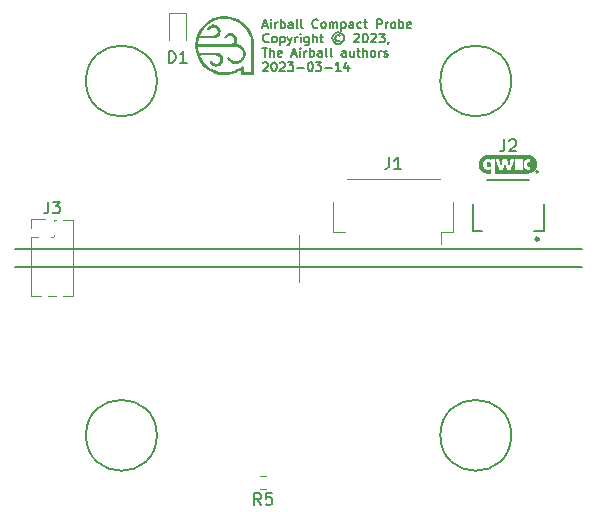
<source format=gbr>
%TF.GenerationSoftware,KiCad,Pcbnew,6.0.10-86aedd382b~118~ubuntu22.04.1*%
%TF.CreationDate,2023-03-14T18:16:05-07:00*%
%TF.ProjectId,compact-probe,636f6d70-6163-4742-9d70-726f62652e6b,rev?*%
%TF.SameCoordinates,Original*%
%TF.FileFunction,Legend,Top*%
%TF.FilePolarity,Positive*%
%FSLAX46Y46*%
G04 Gerber Fmt 4.6, Leading zero omitted, Abs format (unit mm)*
G04 Created by KiCad (PCBNEW 6.0.10-86aedd382b~118~ubuntu22.04.1) date 2023-03-14 18:16:05*
%MOMM*%
%LPD*%
G01*
G04 APERTURE LIST*
%ADD10C,0.150000*%
%ADD11C,0.050000*%
%ADD12C,0.120000*%
%ADD13C,0.127000*%
%ADD14C,0.300000*%
G04 APERTURE END LIST*
D10*
X-12000000Y15000000D02*
G75*
G03*
X-12000000Y15000000I-3000000J0D01*
G01*
X-12000000Y-15000000D02*
G75*
G03*
X-12000000Y-15000000I-3000000J0D01*
G01*
D11*
X0Y-2000000D02*
X0Y2000000D01*
D10*
X-24000000Y-750000D02*
X24000000Y-750000D01*
X18000000Y-15000000D02*
G75*
G03*
X18000000Y-15000000I-3000000J0D01*
G01*
X-24000000Y750000D02*
X24000000Y750000D01*
X18000000Y15000000D02*
G75*
G03*
X18000000Y15000000I-3000000J0D01*
G01*
X-3009642Y19686250D02*
X-2652500Y19686250D01*
X-3081071Y19471964D02*
X-2831071Y20221964D01*
X-2581071Y19471964D01*
X-2331071Y19471964D02*
X-2331071Y19971964D01*
X-2331071Y20221964D02*
X-2366785Y20186250D01*
X-2331071Y20150535D01*
X-2295357Y20186250D01*
X-2331071Y20221964D01*
X-2331071Y20150535D01*
X-1973928Y19471964D02*
X-1973928Y19971964D01*
X-1973928Y19829107D02*
X-1938214Y19900535D01*
X-1902500Y19936250D01*
X-1831071Y19971964D01*
X-1759642Y19971964D01*
X-1509642Y19471964D02*
X-1509642Y20221964D01*
X-1509642Y19936250D02*
X-1438214Y19971964D01*
X-1295357Y19971964D01*
X-1223928Y19936250D01*
X-1188214Y19900535D01*
X-1152500Y19829107D01*
X-1152500Y19614821D01*
X-1188214Y19543392D01*
X-1223928Y19507678D01*
X-1295357Y19471964D01*
X-1438214Y19471964D01*
X-1509642Y19507678D01*
X-509642Y19471964D02*
X-509642Y19864821D01*
X-545357Y19936250D01*
X-616785Y19971964D01*
X-759642Y19971964D01*
X-831071Y19936250D01*
X-509642Y19507678D02*
X-581071Y19471964D01*
X-759642Y19471964D01*
X-831071Y19507678D01*
X-866785Y19579107D01*
X-866785Y19650535D01*
X-831071Y19721964D01*
X-759642Y19757678D01*
X-581071Y19757678D01*
X-509642Y19793392D01*
X-45357Y19471964D02*
X-116785Y19507678D01*
X-152500Y19579107D01*
X-152500Y20221964D01*
X347500Y19471964D02*
X276071Y19507678D01*
X240357Y19579107D01*
X240357Y20221964D01*
X1633214Y19543392D02*
X1597500Y19507678D01*
X1490357Y19471964D01*
X1418928Y19471964D01*
X1311785Y19507678D01*
X1240357Y19579107D01*
X1204642Y19650535D01*
X1168928Y19793392D01*
X1168928Y19900535D01*
X1204642Y20043392D01*
X1240357Y20114821D01*
X1311785Y20186250D01*
X1418928Y20221964D01*
X1490357Y20221964D01*
X1597500Y20186250D01*
X1633214Y20150535D01*
X2061785Y19471964D02*
X1990357Y19507678D01*
X1954642Y19543392D01*
X1918928Y19614821D01*
X1918928Y19829107D01*
X1954642Y19900535D01*
X1990357Y19936250D01*
X2061785Y19971964D01*
X2168928Y19971964D01*
X2240357Y19936250D01*
X2276071Y19900535D01*
X2311785Y19829107D01*
X2311785Y19614821D01*
X2276071Y19543392D01*
X2240357Y19507678D01*
X2168928Y19471964D01*
X2061785Y19471964D01*
X2633214Y19471964D02*
X2633214Y19971964D01*
X2633214Y19900535D02*
X2668928Y19936250D01*
X2740357Y19971964D01*
X2847499Y19971964D01*
X2918928Y19936250D01*
X2954642Y19864821D01*
X2954642Y19471964D01*
X2954642Y19864821D02*
X2990357Y19936250D01*
X3061785Y19971964D01*
X3168928Y19971964D01*
X3240357Y19936250D01*
X3276071Y19864821D01*
X3276071Y19471964D01*
X3633214Y19971964D02*
X3633214Y19221964D01*
X3633214Y19936250D02*
X3704642Y19971964D01*
X3847499Y19971964D01*
X3918928Y19936250D01*
X3954642Y19900535D01*
X3990357Y19829107D01*
X3990357Y19614821D01*
X3954642Y19543392D01*
X3918928Y19507678D01*
X3847499Y19471964D01*
X3704642Y19471964D01*
X3633214Y19507678D01*
X4633214Y19471964D02*
X4633214Y19864821D01*
X4597499Y19936250D01*
X4526071Y19971964D01*
X4383214Y19971964D01*
X4311785Y19936250D01*
X4633214Y19507678D02*
X4561785Y19471964D01*
X4383214Y19471964D01*
X4311785Y19507678D01*
X4276071Y19579107D01*
X4276071Y19650535D01*
X4311785Y19721964D01*
X4383214Y19757678D01*
X4561785Y19757678D01*
X4633214Y19793392D01*
X5311785Y19507678D02*
X5240357Y19471964D01*
X5097499Y19471964D01*
X5026071Y19507678D01*
X4990357Y19543392D01*
X4954642Y19614821D01*
X4954642Y19829107D01*
X4990357Y19900535D01*
X5026071Y19936250D01*
X5097499Y19971964D01*
X5240357Y19971964D01*
X5311785Y19936250D01*
X5526071Y19971964D02*
X5811785Y19971964D01*
X5633214Y20221964D02*
X5633214Y19579107D01*
X5668928Y19507678D01*
X5740357Y19471964D01*
X5811785Y19471964D01*
X6633214Y19471964D02*
X6633214Y20221964D01*
X6918928Y20221964D01*
X6990357Y20186250D01*
X7026071Y20150535D01*
X7061785Y20079107D01*
X7061785Y19971964D01*
X7026071Y19900535D01*
X6990357Y19864821D01*
X6918928Y19829107D01*
X6633214Y19829107D01*
X7383214Y19471964D02*
X7383214Y19971964D01*
X7383214Y19829107D02*
X7418928Y19900535D01*
X7454642Y19936250D01*
X7526071Y19971964D01*
X7597500Y19971964D01*
X7954642Y19471964D02*
X7883214Y19507678D01*
X7847500Y19543392D01*
X7811785Y19614821D01*
X7811785Y19829107D01*
X7847500Y19900535D01*
X7883214Y19936250D01*
X7954642Y19971964D01*
X8061785Y19971964D01*
X8133214Y19936250D01*
X8168928Y19900535D01*
X8204642Y19829107D01*
X8204642Y19614821D01*
X8168928Y19543392D01*
X8133214Y19507678D01*
X8061785Y19471964D01*
X7954642Y19471964D01*
X8526071Y19471964D02*
X8526071Y20221964D01*
X8526071Y19936250D02*
X8597500Y19971964D01*
X8740357Y19971964D01*
X8811785Y19936250D01*
X8847500Y19900535D01*
X8883214Y19829107D01*
X8883214Y19614821D01*
X8847500Y19543392D01*
X8811785Y19507678D01*
X8740357Y19471964D01*
X8597500Y19471964D01*
X8526071Y19507678D01*
X9490357Y19507678D02*
X9418928Y19471964D01*
X9276071Y19471964D01*
X9204642Y19507678D01*
X9168928Y19579107D01*
X9168928Y19864821D01*
X9204642Y19936250D01*
X9276071Y19971964D01*
X9418928Y19971964D01*
X9490357Y19936250D01*
X9526071Y19864821D01*
X9526071Y19793392D01*
X9168928Y19721964D01*
X-2545357Y18335892D02*
X-2581071Y18300178D01*
X-2688214Y18264464D01*
X-2759642Y18264464D01*
X-2866785Y18300178D01*
X-2938214Y18371607D01*
X-2973928Y18443035D01*
X-3009642Y18585892D01*
X-3009642Y18693035D01*
X-2973928Y18835892D01*
X-2938214Y18907321D01*
X-2866785Y18978750D01*
X-2759642Y19014464D01*
X-2688214Y19014464D01*
X-2581071Y18978750D01*
X-2545357Y18943035D01*
X-2116785Y18264464D02*
X-2188214Y18300178D01*
X-2223928Y18335892D01*
X-2259642Y18407321D01*
X-2259642Y18621607D01*
X-2223928Y18693035D01*
X-2188214Y18728750D01*
X-2116785Y18764464D01*
X-2009642Y18764464D01*
X-1938214Y18728750D01*
X-1902500Y18693035D01*
X-1866785Y18621607D01*
X-1866785Y18407321D01*
X-1902500Y18335892D01*
X-1938214Y18300178D01*
X-2009642Y18264464D01*
X-2116785Y18264464D01*
X-1545357Y18764464D02*
X-1545357Y18014464D01*
X-1545357Y18728750D02*
X-1473928Y18764464D01*
X-1331071Y18764464D01*
X-1259642Y18728750D01*
X-1223928Y18693035D01*
X-1188214Y18621607D01*
X-1188214Y18407321D01*
X-1223928Y18335892D01*
X-1259642Y18300178D01*
X-1331071Y18264464D01*
X-1473928Y18264464D01*
X-1545357Y18300178D01*
X-938214Y18764464D02*
X-759642Y18264464D01*
X-581071Y18764464D02*
X-759642Y18264464D01*
X-831071Y18085892D01*
X-866785Y18050178D01*
X-938214Y18014464D01*
X-295357Y18264464D02*
X-295357Y18764464D01*
X-295357Y18621607D02*
X-259642Y18693035D01*
X-223928Y18728750D01*
X-152500Y18764464D01*
X-81071Y18764464D01*
X168928Y18264464D02*
X168928Y18764464D01*
X168928Y19014464D02*
X133214Y18978750D01*
X168928Y18943035D01*
X204642Y18978750D01*
X168928Y19014464D01*
X168928Y18943035D01*
X847500Y18764464D02*
X847500Y18157321D01*
X811785Y18085892D01*
X776071Y18050178D01*
X704642Y18014464D01*
X597500Y18014464D01*
X526071Y18050178D01*
X847500Y18300178D02*
X776071Y18264464D01*
X633214Y18264464D01*
X561785Y18300178D01*
X526071Y18335892D01*
X490357Y18407321D01*
X490357Y18621607D01*
X526071Y18693035D01*
X561785Y18728750D01*
X633214Y18764464D01*
X776071Y18764464D01*
X847500Y18728750D01*
X1204642Y18264464D02*
X1204642Y19014464D01*
X1526071Y18264464D02*
X1526071Y18657321D01*
X1490357Y18728750D01*
X1418928Y18764464D01*
X1311785Y18764464D01*
X1240357Y18728750D01*
X1204642Y18693035D01*
X1776071Y18764464D02*
X2061785Y18764464D01*
X1883214Y19014464D02*
X1883214Y18371607D01*
X1918928Y18300178D01*
X1990357Y18264464D01*
X2061785Y18264464D01*
X3490357Y18835892D02*
X3418928Y18871607D01*
X3276071Y18871607D01*
X3204642Y18835892D01*
X3133214Y18764464D01*
X3097499Y18693035D01*
X3097499Y18550178D01*
X3133214Y18478750D01*
X3204642Y18407321D01*
X3276071Y18371607D01*
X3418928Y18371607D01*
X3490357Y18407321D01*
X3347499Y19121607D02*
X3168928Y19085892D01*
X2990357Y18978750D01*
X2883214Y18800178D01*
X2847499Y18621607D01*
X2883214Y18443035D01*
X2990357Y18264464D01*
X3168928Y18157321D01*
X3347499Y18121607D01*
X3526071Y18157321D01*
X3704642Y18264464D01*
X3811785Y18443035D01*
X3847499Y18621607D01*
X3811785Y18800178D01*
X3704642Y18978750D01*
X3526071Y19085892D01*
X3347499Y19121607D01*
X4704642Y18943035D02*
X4740357Y18978750D01*
X4811785Y19014464D01*
X4990357Y19014464D01*
X5061785Y18978750D01*
X5097499Y18943035D01*
X5133214Y18871607D01*
X5133214Y18800178D01*
X5097499Y18693035D01*
X4668928Y18264464D01*
X5133214Y18264464D01*
X5597499Y19014464D02*
X5668928Y19014464D01*
X5740357Y18978750D01*
X5776071Y18943035D01*
X5811785Y18871607D01*
X5847499Y18728750D01*
X5847499Y18550178D01*
X5811785Y18407321D01*
X5776071Y18335892D01*
X5740357Y18300178D01*
X5668928Y18264464D01*
X5597499Y18264464D01*
X5526071Y18300178D01*
X5490357Y18335892D01*
X5454642Y18407321D01*
X5418928Y18550178D01*
X5418928Y18728750D01*
X5454642Y18871607D01*
X5490357Y18943035D01*
X5526071Y18978750D01*
X5597499Y19014464D01*
X6133214Y18943035D02*
X6168928Y18978750D01*
X6240357Y19014464D01*
X6418928Y19014464D01*
X6490357Y18978750D01*
X6526071Y18943035D01*
X6561785Y18871607D01*
X6561785Y18800178D01*
X6526071Y18693035D01*
X6097499Y18264464D01*
X6561785Y18264464D01*
X6811785Y19014464D02*
X7276071Y19014464D01*
X7026071Y18728750D01*
X7133214Y18728750D01*
X7204642Y18693035D01*
X7240357Y18657321D01*
X7276071Y18585892D01*
X7276071Y18407321D01*
X7240357Y18335892D01*
X7204642Y18300178D01*
X7133214Y18264464D01*
X6918928Y18264464D01*
X6847500Y18300178D01*
X6811785Y18335892D01*
X7633214Y18300178D02*
X7633214Y18264464D01*
X7597500Y18193035D01*
X7561785Y18157321D01*
X-3081071Y17806964D02*
X-2652500Y17806964D01*
X-2866785Y17056964D02*
X-2866785Y17806964D01*
X-2402500Y17056964D02*
X-2402500Y17806964D01*
X-2081071Y17056964D02*
X-2081071Y17449821D01*
X-2116785Y17521250D01*
X-2188214Y17556964D01*
X-2295357Y17556964D01*
X-2366785Y17521250D01*
X-2402500Y17485535D01*
X-1438214Y17092678D02*
X-1509642Y17056964D01*
X-1652500Y17056964D01*
X-1723928Y17092678D01*
X-1759642Y17164107D01*
X-1759642Y17449821D01*
X-1723928Y17521250D01*
X-1652500Y17556964D01*
X-1509642Y17556964D01*
X-1438214Y17521250D01*
X-1402500Y17449821D01*
X-1402500Y17378392D01*
X-1759642Y17306964D01*
X-545357Y17271250D02*
X-188214Y17271250D01*
X-616785Y17056964D02*
X-366785Y17806964D01*
X-116785Y17056964D01*
X133214Y17056964D02*
X133214Y17556964D01*
X133214Y17806964D02*
X97499Y17771250D01*
X133214Y17735535D01*
X168928Y17771250D01*
X133214Y17806964D01*
X133214Y17735535D01*
X490357Y17056964D02*
X490357Y17556964D01*
X490357Y17414107D02*
X526071Y17485535D01*
X561785Y17521250D01*
X633214Y17556964D01*
X704642Y17556964D01*
X954642Y17056964D02*
X954642Y17806964D01*
X954642Y17521250D02*
X1026071Y17556964D01*
X1168928Y17556964D01*
X1240357Y17521250D01*
X1276071Y17485535D01*
X1311785Y17414107D01*
X1311785Y17199821D01*
X1276071Y17128392D01*
X1240357Y17092678D01*
X1168928Y17056964D01*
X1026071Y17056964D01*
X954642Y17092678D01*
X1954642Y17056964D02*
X1954642Y17449821D01*
X1918928Y17521250D01*
X1847499Y17556964D01*
X1704642Y17556964D01*
X1633214Y17521250D01*
X1954642Y17092678D02*
X1883214Y17056964D01*
X1704642Y17056964D01*
X1633214Y17092678D01*
X1597499Y17164107D01*
X1597499Y17235535D01*
X1633214Y17306964D01*
X1704642Y17342678D01*
X1883214Y17342678D01*
X1954642Y17378392D01*
X2418928Y17056964D02*
X2347499Y17092678D01*
X2311785Y17164107D01*
X2311785Y17806964D01*
X2811785Y17056964D02*
X2740357Y17092678D01*
X2704642Y17164107D01*
X2704642Y17806964D01*
X3990357Y17056964D02*
X3990357Y17449821D01*
X3954642Y17521250D01*
X3883214Y17556964D01*
X3740357Y17556964D01*
X3668928Y17521250D01*
X3990357Y17092678D02*
X3918928Y17056964D01*
X3740357Y17056964D01*
X3668928Y17092678D01*
X3633214Y17164107D01*
X3633214Y17235535D01*
X3668928Y17306964D01*
X3740357Y17342678D01*
X3918928Y17342678D01*
X3990357Y17378392D01*
X4668928Y17556964D02*
X4668928Y17056964D01*
X4347499Y17556964D02*
X4347499Y17164107D01*
X4383214Y17092678D01*
X4454642Y17056964D01*
X4561785Y17056964D01*
X4633214Y17092678D01*
X4668928Y17128392D01*
X4918928Y17556964D02*
X5204642Y17556964D01*
X5026071Y17806964D02*
X5026071Y17164107D01*
X5061785Y17092678D01*
X5133214Y17056964D01*
X5204642Y17056964D01*
X5454642Y17056964D02*
X5454642Y17806964D01*
X5776071Y17056964D02*
X5776071Y17449821D01*
X5740357Y17521250D01*
X5668928Y17556964D01*
X5561785Y17556964D01*
X5490357Y17521250D01*
X5454642Y17485535D01*
X6240357Y17056964D02*
X6168928Y17092678D01*
X6133214Y17128392D01*
X6097500Y17199821D01*
X6097500Y17414107D01*
X6133214Y17485535D01*
X6168928Y17521250D01*
X6240357Y17556964D01*
X6347500Y17556964D01*
X6418928Y17521250D01*
X6454642Y17485535D01*
X6490357Y17414107D01*
X6490357Y17199821D01*
X6454642Y17128392D01*
X6418928Y17092678D01*
X6347500Y17056964D01*
X6240357Y17056964D01*
X6811785Y17056964D02*
X6811785Y17556964D01*
X6811785Y17414107D02*
X6847500Y17485535D01*
X6883214Y17521250D01*
X6954642Y17556964D01*
X7026071Y17556964D01*
X7240357Y17092678D02*
X7311785Y17056964D01*
X7454642Y17056964D01*
X7526071Y17092678D01*
X7561785Y17164107D01*
X7561785Y17199821D01*
X7526071Y17271250D01*
X7454642Y17306964D01*
X7347500Y17306964D01*
X7276071Y17342678D01*
X7240357Y17414107D01*
X7240357Y17449821D01*
X7276071Y17521250D01*
X7347500Y17556964D01*
X7454642Y17556964D01*
X7526071Y17521250D01*
X-3009642Y16528035D02*
X-2973928Y16563750D01*
X-2902500Y16599464D01*
X-2723928Y16599464D01*
X-2652500Y16563750D01*
X-2616785Y16528035D01*
X-2581071Y16456607D01*
X-2581071Y16385178D01*
X-2616785Y16278035D01*
X-3045357Y15849464D01*
X-2581071Y15849464D01*
X-2116785Y16599464D02*
X-2045357Y16599464D01*
X-1973928Y16563750D01*
X-1938214Y16528035D01*
X-1902500Y16456607D01*
X-1866785Y16313750D01*
X-1866785Y16135178D01*
X-1902500Y15992321D01*
X-1938214Y15920892D01*
X-1973928Y15885178D01*
X-2045357Y15849464D01*
X-2116785Y15849464D01*
X-2188214Y15885178D01*
X-2223928Y15920892D01*
X-2259642Y15992321D01*
X-2295357Y16135178D01*
X-2295357Y16313750D01*
X-2259642Y16456607D01*
X-2223928Y16528035D01*
X-2188214Y16563750D01*
X-2116785Y16599464D01*
X-1581071Y16528035D02*
X-1545357Y16563750D01*
X-1473928Y16599464D01*
X-1295357Y16599464D01*
X-1223928Y16563750D01*
X-1188214Y16528035D01*
X-1152500Y16456607D01*
X-1152500Y16385178D01*
X-1188214Y16278035D01*
X-1616785Y15849464D01*
X-1152500Y15849464D01*
X-902500Y16599464D02*
X-438214Y16599464D01*
X-688214Y16313750D01*
X-581071Y16313750D01*
X-509642Y16278035D01*
X-473928Y16242321D01*
X-438214Y16170892D01*
X-438214Y15992321D01*
X-473928Y15920892D01*
X-509642Y15885178D01*
X-581071Y15849464D01*
X-795357Y15849464D01*
X-866785Y15885178D01*
X-902500Y15920892D01*
X-116785Y16135178D02*
X454642Y16135178D01*
X954642Y16599464D02*
X1026071Y16599464D01*
X1097500Y16563750D01*
X1133214Y16528035D01*
X1168928Y16456607D01*
X1204642Y16313750D01*
X1204642Y16135178D01*
X1168928Y15992321D01*
X1133214Y15920892D01*
X1097500Y15885178D01*
X1026071Y15849464D01*
X954642Y15849464D01*
X883214Y15885178D01*
X847499Y15920892D01*
X811785Y15992321D01*
X776071Y16135178D01*
X776071Y16313750D01*
X811785Y16456607D01*
X847499Y16528035D01*
X883214Y16563750D01*
X954642Y16599464D01*
X1454642Y16599464D02*
X1918928Y16599464D01*
X1668928Y16313750D01*
X1776071Y16313750D01*
X1847500Y16278035D01*
X1883214Y16242321D01*
X1918928Y16170892D01*
X1918928Y15992321D01*
X1883214Y15920892D01*
X1847500Y15885178D01*
X1776071Y15849464D01*
X1561785Y15849464D01*
X1490357Y15885178D01*
X1454642Y15920892D01*
X2240357Y16135178D02*
X2811785Y16135178D01*
X3561785Y15849464D02*
X3133214Y15849464D01*
X3347500Y15849464D02*
X3347500Y16599464D01*
X3276071Y16492321D01*
X3204642Y16420892D01*
X3133214Y16385178D01*
X4204642Y16349464D02*
X4204642Y15849464D01*
X4026071Y16635178D02*
X3847500Y16099464D01*
X4311785Y16099464D01*
%TO.C,R5*%
X-3166666Y-20882380D02*
X-3500000Y-20406190D01*
X-3738095Y-20882380D02*
X-3738095Y-19882380D01*
X-3357142Y-19882380D01*
X-3261904Y-19930000D01*
X-3214285Y-19977619D01*
X-3166666Y-20072857D01*
X-3166666Y-20215714D01*
X-3214285Y-20310952D01*
X-3261904Y-20358571D01*
X-3357142Y-20406190D01*
X-3738095Y-20406190D01*
X-2261904Y-19882380D02*
X-2738095Y-19882380D01*
X-2785714Y-20358571D01*
X-2738095Y-20310952D01*
X-2642857Y-20263333D01*
X-2404761Y-20263333D01*
X-2309523Y-20310952D01*
X-2261904Y-20358571D01*
X-2214285Y-20453809D01*
X-2214285Y-20691904D01*
X-2261904Y-20787142D01*
X-2309523Y-20834761D01*
X-2404761Y-20882380D01*
X-2642857Y-20882380D01*
X-2738095Y-20834761D01*
X-2785714Y-20787142D01*
%TO.C,D1*%
X-10988095Y16547619D02*
X-10988095Y17547619D01*
X-10750000Y17547619D01*
X-10607142Y17500000D01*
X-10511904Y17404761D01*
X-10464285Y17309523D01*
X-10416666Y17119047D01*
X-10416666Y16976190D01*
X-10464285Y16785714D01*
X-10511904Y16690476D01*
X-10607142Y16595238D01*
X-10750000Y16547619D01*
X-10988095Y16547619D01*
X-9464285Y16547619D02*
X-10035714Y16547619D01*
X-9750000Y16547619D02*
X-9750000Y17547619D01*
X-9845238Y17404761D01*
X-9940476Y17309523D01*
X-10035714Y17261904D01*
%TO.C,J2*%
X17416275Y10048261D02*
X17416275Y9333137D01*
X17368600Y9190113D01*
X17273250Y9094763D01*
X17130226Y9047088D01*
X17034876Y9047088D01*
X17845349Y9952911D02*
X17893024Y10000586D01*
X17988374Y10048261D01*
X18226749Y10048261D01*
X18322098Y10000586D01*
X18369773Y9952911D01*
X18417448Y9857561D01*
X18417448Y9762211D01*
X18369773Y9619187D01*
X17797674Y9047088D01*
X18417448Y9047088D01*
%TO.C,J3*%
X-21198333Y4792619D02*
X-21198333Y4078333D01*
X-21245952Y3935476D01*
X-21341190Y3840238D01*
X-21484047Y3792619D01*
X-21579285Y3792619D01*
X-20817380Y4792619D02*
X-20198333Y4792619D01*
X-20531666Y4411666D01*
X-20388809Y4411666D01*
X-20293571Y4364047D01*
X-20245952Y4316428D01*
X-20198333Y4221190D01*
X-20198333Y3983095D01*
X-20245952Y3887857D01*
X-20293571Y3840238D01*
X-20388809Y3792619D01*
X-20674523Y3792619D01*
X-20769761Y3840238D01*
X-20817380Y3887857D01*
%TO.C,J1*%
X7666666Y8547619D02*
X7666666Y7833333D01*
X7619047Y7690476D01*
X7523809Y7595238D01*
X7380952Y7547619D01*
X7285714Y7547619D01*
X8666666Y7547619D02*
X8095238Y7547619D01*
X8380952Y7547619D02*
X8380952Y8547619D01*
X8285714Y8404761D01*
X8190476Y8309523D01*
X8095238Y8261904D01*
D12*
%TO.C,R5*%
X-2762742Y-18477500D02*
X-3237258Y-18477500D01*
X-2762742Y-19522500D02*
X-3237258Y-19522500D01*
%TO.C,D1*%
X-9515000Y20735000D02*
X-10985000Y20735000D01*
X-9515000Y18450000D02*
X-9515000Y20735000D01*
X-10985000Y20735000D02*
X-10985000Y18450000D01*
%TO.C,G\u002A\u002A\u002A*%
G36*
X20155233Y7390000D02*
G01*
X20195562Y7383769D01*
X20221500Y7366623D01*
X20231408Y7340883D01*
X20223645Y7308872D01*
X20218722Y7300114D01*
X20211471Y7281843D01*
X20218722Y7268250D01*
X20230200Y7251080D01*
X20223607Y7241556D01*
X20211643Y7240000D01*
X20193269Y7248383D01*
X20185959Y7260000D01*
X20172695Y7276255D01*
X20160275Y7280000D01*
X20144038Y7272605D01*
X20140941Y7260000D01*
X20134686Y7243713D01*
X20125935Y7240000D01*
X20118020Y7243929D01*
X20113374Y7258127D01*
X20111273Y7286210D01*
X20110930Y7315000D01*
X20110930Y7335000D01*
X20140941Y7335000D01*
X20147854Y7315523D01*
X20164410Y7309483D01*
X20184332Y7318197D01*
X20190597Y7324562D01*
X20197843Y7343022D01*
X20187463Y7355851D01*
X20165361Y7360000D01*
X20146731Y7355727D01*
X20141026Y7339118D01*
X20140941Y7335000D01*
X20110930Y7335000D01*
X20110930Y7390000D01*
X20155233Y7390000D01*
G37*
G36*
X16309433Y8410000D02*
G01*
X16309433Y8288147D01*
X16259115Y8333369D01*
X16195237Y8377769D01*
X16122327Y8405693D01*
X16043012Y8416917D01*
X15959922Y8411217D01*
X15875682Y8388372D01*
X15832271Y8369631D01*
X15763980Y8325318D01*
X15706854Y8265697D01*
X15661919Y8192704D01*
X15630204Y8108271D01*
X15612734Y8014335D01*
X15609505Y7950000D01*
X15617686Y7849608D01*
X15641533Y7757271D01*
X15680002Y7674838D01*
X15732048Y7604156D01*
X15796626Y7547071D01*
X15857074Y7512221D01*
X15891511Y7498334D01*
X15926385Y7489469D01*
X15968753Y7484232D01*
X16010850Y7481797D01*
X16082604Y7481903D01*
X16140443Y7489965D01*
X16189393Y7507499D01*
X16234481Y7536019D01*
X16259115Y7556632D01*
X16309433Y7601854D01*
X16309433Y7150000D01*
X16156873Y7151220D01*
X16097870Y7152246D01*
X16040629Y7154227D01*
X15990621Y7156908D01*
X15953315Y7160031D01*
X15944597Y7161134D01*
X15825533Y7188277D01*
X15713425Y7233129D01*
X15609933Y7294114D01*
X15516716Y7369655D01*
X15435435Y7458176D01*
X15367749Y7558099D01*
X15315319Y7667847D01*
X15279804Y7785844D01*
X15277997Y7794358D01*
X15262249Y7917617D01*
X15265454Y8038590D01*
X15286567Y8155641D01*
X15324545Y8267133D01*
X15378343Y8371431D01*
X15446918Y8466900D01*
X15529224Y8551903D01*
X15624217Y8624806D01*
X15730854Y8683971D01*
X15848090Y8727764D01*
X15879264Y8736201D01*
X15889185Y8738542D01*
X15900035Y8740680D01*
X15912716Y8742625D01*
X15928131Y8744386D01*
X15947181Y8745971D01*
X15970769Y8747391D01*
X15999797Y8748654D01*
X16035167Y8749769D01*
X16077783Y8750746D01*
X16128545Y8751593D01*
X16188357Y8752320D01*
X16258120Y8752937D01*
X16338738Y8753451D01*
X16431111Y8753872D01*
X16536143Y8754210D01*
X16654736Y8754473D01*
X16787793Y8754671D01*
X16936214Y8754813D01*
X17100904Y8754908D01*
X17282763Y8754964D01*
X17482695Y8754992D01*
X17701602Y8755000D01*
X17734994Y8755000D01*
X17960314Y8755023D01*
X18166534Y8755070D01*
X18354563Y8755107D01*
X18525308Y8755100D01*
X18679677Y8755015D01*
X18818580Y8754821D01*
X18942923Y8754482D01*
X19053615Y8753965D01*
X19151564Y8753237D01*
X19237678Y8752263D01*
X19312865Y8751012D01*
X19378034Y8749448D01*
X19434092Y8747538D01*
X19481948Y8745250D01*
X19522509Y8742548D01*
X19556684Y8739401D01*
X19585380Y8735773D01*
X19609507Y8731632D01*
X19629972Y8726944D01*
X19647682Y8721675D01*
X19663547Y8715792D01*
X19678474Y8709262D01*
X19693372Y8702050D01*
X19709148Y8694123D01*
X19726711Y8685448D01*
X19735973Y8681041D01*
X19847169Y8618251D01*
X19945389Y8540524D01*
X20029752Y8448857D01*
X20099373Y8344246D01*
X20153371Y8227688D01*
X20163990Y8197802D01*
X20176186Y8160219D01*
X20184711Y8129025D01*
X20190225Y8099111D01*
X20193386Y8065364D01*
X20194853Y8022675D01*
X20195287Y7965932D01*
X20195305Y7955000D01*
X20195160Y7896020D01*
X20194111Y7851966D01*
X20191481Y7817765D01*
X20186595Y7788345D01*
X20178779Y7758634D01*
X20167357Y7723559D01*
X20162702Y7710000D01*
X20126745Y7618953D01*
X20084757Y7540211D01*
X20032736Y7467450D01*
X19966684Y7394344D01*
X19956881Y7384508D01*
X19914113Y7343152D01*
X19878581Y7312385D01*
X19844243Y7287838D01*
X19805052Y7265141D01*
X19760792Y7242759D01*
X19737258Y7230990D01*
X19716525Y7220316D01*
X19697566Y7210684D01*
X19679355Y7202041D01*
X19660865Y7194334D01*
X19641068Y7187509D01*
X19618937Y7181513D01*
X19593446Y7176293D01*
X19563567Y7171797D01*
X19528274Y7167970D01*
X19486540Y7164760D01*
X19437338Y7162114D01*
X19379640Y7159978D01*
X19312421Y7158299D01*
X19234652Y7157025D01*
X19145307Y7156101D01*
X19043359Y7155475D01*
X18927782Y7155094D01*
X18797547Y7154905D01*
X18651628Y7154853D01*
X18488999Y7154888D01*
X18308632Y7154954D01*
X18109500Y7154999D01*
X18065124Y7155000D01*
X16614553Y7155000D01*
X16609440Y8400541D01*
X16669575Y8400541D01*
X16672867Y8390079D01*
X16682203Y8363078D01*
X16696769Y8321787D01*
X16715753Y8268456D01*
X16738341Y8205335D01*
X16763721Y8134675D01*
X16791079Y8058723D01*
X16819604Y7979732D01*
X16848481Y7899950D01*
X16876899Y7821626D01*
X16904043Y7747012D01*
X16929102Y7678356D01*
X16951263Y7617909D01*
X16969712Y7567919D01*
X16983636Y7530638D01*
X16988634Y7517500D01*
X16999209Y7490000D01*
X17149516Y7490000D01*
X17201784Y7490234D01*
X17246150Y7490877D01*
X17279160Y7491843D01*
X17297358Y7493049D01*
X17299823Y7493719D01*
X17302697Y7504702D01*
X17310707Y7531694D01*
X17322929Y7571767D01*
X17338442Y7621993D01*
X17356325Y7679440D01*
X17375656Y7741182D01*
X17395513Y7804287D01*
X17414974Y7865827D01*
X17433119Y7922873D01*
X17449024Y7972496D01*
X17461769Y8011766D01*
X17470432Y8037754D01*
X17474080Y8047522D01*
X17478549Y8040422D01*
X17487300Y8017824D01*
X17498991Y7983423D01*
X17510002Y7948446D01*
X17525919Y7896445D01*
X17546278Y7830215D01*
X17569576Y7754624D01*
X17594312Y7674539D01*
X17618983Y7594829D01*
X17641504Y7522245D01*
X17651681Y7489489D01*
X17679624Y7490000D01*
X18320023Y7490000D01*
X18620343Y7490000D01*
X18690370Y7490000D01*
X18990690Y7490000D01*
X18988285Y7912909D01*
X19046149Y7912909D01*
X19058962Y7817496D01*
X19088008Y7731330D01*
X19132187Y7655714D01*
X19190398Y7591951D01*
X19261538Y7541347D01*
X19344507Y7505203D01*
X19438203Y7484825D01*
X19503190Y7480659D01*
X19580721Y7480000D01*
X19580721Y7720000D01*
X19537277Y7720000D01*
X19479341Y7728974D01*
X19430386Y7754729D01*
X19391862Y7795519D01*
X19365218Y7849598D01*
X19351901Y7915218D01*
X19350630Y7945000D01*
X19358076Y8014914D01*
X19379457Y8073946D01*
X19413338Y8120369D01*
X19458281Y8152455D01*
X19512853Y8168477D01*
X19537584Y8170000D01*
X19581337Y8170001D01*
X19578528Y8292500D01*
X19575719Y8415000D01*
X19493857Y8412832D01*
X19395046Y8401315D01*
X19306004Y8372977D01*
X19227975Y8328931D01*
X19162205Y8270291D01*
X19109937Y8198171D01*
X19072417Y8113685D01*
X19050888Y8017945D01*
X19050672Y8016264D01*
X19046149Y7912909D01*
X18988285Y7912909D01*
X18985486Y8405000D01*
X18837928Y8407768D01*
X18690370Y8410535D01*
X18690370Y7490000D01*
X18620343Y7490000D01*
X18620343Y8410535D01*
X18472785Y8407768D01*
X18325227Y8405000D01*
X18320023Y7490000D01*
X17679624Y7490000D01*
X17802386Y7492245D01*
X17953091Y7495000D01*
X17965588Y7530000D01*
X17971657Y7546714D01*
X17983848Y7580040D01*
X18001368Y7627824D01*
X18023427Y7687910D01*
X18049233Y7758144D01*
X18077994Y7836370D01*
X18108919Y7920432D01*
X18125322Y7965000D01*
X18156758Y8050610D01*
X18186133Y8130998D01*
X18212699Y8204093D01*
X18235711Y8267826D01*
X18254423Y8320128D01*
X18268091Y8358929D01*
X18275967Y8382158D01*
X18277550Y8387500D01*
X18282541Y8410000D01*
X18138519Y8410000D01*
X17994497Y8410001D01*
X17905720Y8107500D01*
X17883739Y8033048D01*
X17863332Y7964775D01*
X17845226Y7905049D01*
X17830149Y7856239D01*
X17818829Y7820710D01*
X17811991Y7800832D01*
X17810476Y7797495D01*
X17806232Y7804865D01*
X17797210Y7829265D01*
X17784115Y7868493D01*
X17767653Y7920345D01*
X17748528Y7982617D01*
X17727447Y8053106D01*
X17714425Y8097495D01*
X17624839Y8405000D01*
X17336023Y8405000D01*
X17257787Y8135000D01*
X17236884Y8062787D01*
X17217320Y7995060D01*
X17199931Y7934728D01*
X17185556Y7884698D01*
X17175031Y7847880D01*
X17169192Y7827180D01*
X17169002Y7826491D01*
X17161427Y7803533D01*
X17155212Y7792587D01*
X17153838Y7792594D01*
X17150248Y7802617D01*
X17141833Y7829023D01*
X17129432Y7869018D01*
X17113885Y7919802D01*
X17096032Y7978580D01*
X17076711Y8042555D01*
X17056762Y8108928D01*
X17037024Y8174904D01*
X17018338Y8237684D01*
X17001541Y8294473D01*
X16987475Y8342472D01*
X16976978Y8378885D01*
X16970889Y8400914D01*
X16969693Y8406201D01*
X16960265Y8407523D01*
X16934288Y8408645D01*
X16895220Y8409480D01*
X16846518Y8409939D01*
X16819634Y8410000D01*
X16763364Y8409399D01*
X16717937Y8407710D01*
X16686107Y8405108D01*
X16670626Y8401765D01*
X16669575Y8400541D01*
X16609440Y8400541D01*
X16609401Y8410000D01*
X16309433Y8410000D01*
G37*
G36*
X20036774Y7385122D02*
G01*
X20062133Y7420534D01*
X20088271Y7443105D01*
X20131568Y7458079D01*
X20181254Y7460517D01*
X20228131Y7450421D01*
X20243631Y7443105D01*
X20270662Y7419460D01*
X20295671Y7384207D01*
X20314005Y7345289D01*
X20321012Y7311039D01*
X20314253Y7277618D01*
X20296976Y7239409D01*
X20273682Y7204836D01*
X20254038Y7185674D01*
X20216560Y7168783D01*
X20170175Y7162141D01*
X20123403Y7166168D01*
X20090922Y7177625D01*
X20061099Y7202249D01*
X20034680Y7238626D01*
X20016427Y7278878D01*
X20010890Y7310000D01*
X20015181Y7331077D01*
X20052708Y7331077D01*
X20053361Y7286192D01*
X20070652Y7245842D01*
X20103098Y7214055D01*
X20135736Y7198497D01*
X20157581Y7192462D01*
X20174290Y7192793D01*
X20196117Y7200276D01*
X20204609Y7203789D01*
X20245568Y7230352D01*
X20271304Y7267198D01*
X20280522Y7310379D01*
X20271926Y7355946D01*
X20261430Y7376956D01*
X20232504Y7407086D01*
X20194500Y7423393D01*
X20152786Y7425889D01*
X20112731Y7414589D01*
X20079703Y7389505D01*
X20070177Y7376470D01*
X20052708Y7331077D01*
X20015181Y7331077D01*
X20018139Y7345603D01*
X20036774Y7385122D01*
G37*
G36*
X16175486Y8164232D02*
G01*
X16206148Y8150124D01*
X16237832Y8125229D01*
X16238872Y8124293D01*
X16275531Y8078856D01*
X16298945Y8023661D01*
X16309348Y7962905D01*
X16306975Y7900786D01*
X16292060Y7841502D01*
X16264838Y7789251D01*
X16225542Y7748230D01*
X16217566Y7742602D01*
X16169859Y7721073D01*
X16115757Y7712393D01*
X16063175Y7717328D01*
X16039398Y7725376D01*
X15985660Y7758661D01*
X15947360Y7803701D01*
X15924011Y7861335D01*
X15915124Y7932405D01*
X15915014Y7940000D01*
X15921533Y8013873D01*
X15941696Y8074194D01*
X15974981Y8120285D01*
X16020865Y8151464D01*
X16078827Y8167050D01*
X16089960Y8168109D01*
X16139030Y8169558D01*
X16175486Y8164232D01*
G37*
D13*
%TO.C,J2*%
X19950000Y2325000D02*
X20750000Y2325000D01*
X20750000Y2325000D02*
X20750000Y4600000D01*
X19550000Y6575000D02*
X15950000Y6575000D01*
X15550000Y2325000D02*
X14750000Y2325000D01*
X14750000Y2325000D02*
X14750000Y4600000D01*
D14*
X20300000Y1615000D02*
G75*
G03*
X20300000Y1615000I-100000J0D01*
G01*
D12*
%TO.C,J3*%
X-20740000Y1843471D02*
X-20740000Y1986529D01*
X-22630000Y1790000D02*
X-22630000Y-3225000D01*
X-22630000Y1790000D02*
X-22063471Y1790000D01*
X-21192470Y-3225000D02*
X-20537530Y-3225000D01*
X-20936529Y1790000D02*
X-20793471Y1790000D01*
X-20740000Y3245000D02*
X-20537530Y3245000D01*
X-19100000Y3245000D02*
X-19100000Y-3225000D01*
X-19922470Y3245000D02*
X-19100000Y3245000D01*
X-22630000Y2550000D02*
X-22630000Y3310000D01*
X-20740000Y3113471D02*
X-20740000Y3245000D01*
X-22630000Y-3225000D02*
X-21807530Y-3225000D01*
X-19922470Y-3225000D02*
X-19100000Y-3225000D01*
X-22630000Y3310000D02*
X-21500000Y3310000D01*
%TO.C,J1*%
X13110000Y2215000D02*
X12060000Y2215000D01*
X12060000Y2215000D02*
X12060000Y1225000D01*
X2890000Y2215000D02*
X3940000Y2215000D01*
X2890000Y4715000D02*
X2890000Y2215000D01*
X11940000Y6685000D02*
X4060000Y6685000D01*
X13110000Y4715000D02*
X13110000Y2215000D01*
%TO.C,G\u002A\u002A\u002A*%
G36*
X-5792607Y20458507D02*
G01*
X-5454757Y20371129D01*
X-5127447Y20236779D01*
X-4943162Y20136907D01*
X-4779693Y20024633D01*
X-4606749Y19879678D01*
X-4436685Y19714395D01*
X-4281855Y19541141D01*
X-4154615Y19372270D01*
X-4113094Y19306839D01*
X-4044445Y19181269D01*
X-3974221Y19036648D01*
X-3915789Y18900781D01*
X-3907306Y18878738D01*
X-3874805Y18790116D01*
X-3847027Y18707413D01*
X-3823602Y18625961D01*
X-3804161Y18541089D01*
X-3788335Y18448128D01*
X-3775754Y18342407D01*
X-3766048Y18219256D01*
X-3758850Y18074006D01*
X-3753789Y17901987D01*
X-3750497Y17698529D01*
X-3748604Y17458961D01*
X-3747740Y17178614D01*
X-3747537Y16858102D01*
X-3747537Y15497537D01*
X-4873646Y15497537D01*
X-4873646Y15900381D01*
X-5034218Y15810584D01*
X-5331201Y15671966D01*
X-5651262Y15572847D01*
X-5984823Y15514799D01*
X-6322308Y15499391D01*
X-6654138Y15528196D01*
X-6704218Y15536677D01*
X-7035436Y15621416D01*
X-7348718Y15750570D01*
X-7640322Y15920561D01*
X-7906501Y16127808D01*
X-8143511Y16368731D01*
X-8347608Y16639750D01*
X-8515046Y16937286D01*
X-8642081Y17257759D01*
X-8692049Y17436946D01*
X-8719728Y17597245D01*
X-8736429Y17790143D01*
X-8738738Y17874877D01*
X-8507984Y17874877D01*
X-8490912Y17730986D01*
X-8476657Y17631207D01*
X-8459103Y17535250D01*
X-8449394Y17492757D01*
X-8424948Y17398420D01*
X-7623138Y17400121D01*
X-7400798Y17400457D01*
X-7222669Y17400200D01*
X-7082910Y17399023D01*
X-6975684Y17396596D01*
X-6895151Y17392591D01*
X-6835473Y17386680D01*
X-6790811Y17378535D01*
X-6755327Y17367826D01*
X-6723181Y17354226D01*
X-6711936Y17348866D01*
X-6591797Y17269114D01*
X-6486001Y17159558D01*
X-6411781Y17038202D01*
X-6409530Y17032920D01*
X-6390095Y16960418D01*
X-6377878Y16864666D01*
X-6375673Y16805878D01*
X-6398040Y16640510D01*
X-6459100Y16498230D01*
X-6551803Y16381828D01*
X-6669096Y16294089D01*
X-6803926Y16237801D01*
X-6949242Y16215751D01*
X-7097991Y16230728D01*
X-7243120Y16285517D01*
X-7377578Y16382907D01*
X-7397164Y16402152D01*
X-7469339Y16492606D01*
X-7494714Y16569664D01*
X-7473949Y16635817D01*
X-7462782Y16649679D01*
X-7403159Y16692271D01*
X-7342740Y16686586D01*
X-7278527Y16632080D01*
X-7263480Y16613334D01*
X-7192903Y16546213D01*
X-7099685Y16489488D01*
X-7004712Y16454435D01*
X-6958085Y16448473D01*
X-6883991Y16465552D01*
X-6797306Y16508824D01*
X-6717846Y16566341D01*
X-6666531Y16624249D01*
X-6631349Y16719597D01*
X-6621921Y16829079D01*
X-6638131Y16932123D01*
X-6668624Y16994964D01*
X-6724493Y17057035D01*
X-6785121Y17110080D01*
X-6807366Y17124951D01*
X-6833701Y17136768D01*
X-6869971Y17145964D01*
X-6922020Y17152978D01*
X-6995695Y17158244D01*
X-7096840Y17162200D01*
X-7231301Y17165281D01*
X-7404923Y17167923D01*
X-7590619Y17170184D01*
X-7809338Y17172845D01*
X-7982580Y17174417D01*
X-8114916Y17173706D01*
X-8210920Y17169516D01*
X-8275162Y17160654D01*
X-8312216Y17145925D01*
X-8326652Y17124133D01*
X-8323044Y17094085D01*
X-8305963Y17054586D01*
X-8279980Y17004441D01*
X-8273473Y16991762D01*
X-8104289Y16712986D01*
X-7896091Y16460982D01*
X-7654404Y16240009D01*
X-7384754Y16054321D01*
X-7092665Y15908175D01*
X-6783663Y15805827D01*
X-6712566Y15789312D01*
X-6548845Y15764828D01*
X-6355978Y15752543D01*
X-6153369Y15752494D01*
X-5960422Y15764720D01*
X-5804758Y15787529D01*
X-5482461Y15879308D01*
X-5176997Y16017879D01*
X-4998608Y16125955D01*
X-4904760Y16186824D01*
X-4824363Y16235453D01*
X-4767539Y16265923D01*
X-4746625Y16273301D01*
X-4704697Y16257731D01*
X-4669163Y16231885D01*
X-4646315Y16202556D01*
X-4632381Y16157661D01*
X-4625398Y16085929D01*
X-4623403Y15976090D01*
X-4623399Y15969127D01*
X-4623399Y15747784D01*
X-3995345Y15747784D01*
X-4003843Y17080345D01*
X-4005768Y17373150D01*
X-4007628Y17620432D01*
X-4009615Y17826718D01*
X-4011922Y17996536D01*
X-4014740Y18134411D01*
X-4018261Y18244869D01*
X-4022679Y18332439D01*
X-4028186Y18401645D01*
X-4034973Y18457014D01*
X-4043233Y18503074D01*
X-4053159Y18544350D01*
X-4064942Y18585368D01*
X-4068241Y18596246D01*
X-4192328Y18923310D01*
X-4355043Y19220827D01*
X-4554028Y19486436D01*
X-4786923Y19717778D01*
X-5051370Y19912493D01*
X-5345009Y20068221D01*
X-5649409Y20178060D01*
X-5828293Y20216324D01*
X-6036989Y20240270D01*
X-6257157Y20249222D01*
X-6470457Y20242506D01*
X-6658547Y20219446D01*
X-6676863Y20215892D01*
X-6991122Y20128058D01*
X-7289389Y19997098D01*
X-7565952Y19827094D01*
X-7815099Y19622128D01*
X-8031119Y19386280D01*
X-8208300Y19123631D01*
X-8210240Y19120204D01*
X-8262561Y19028881D01*
X-8300937Y18958169D01*
X-8321108Y18905546D01*
X-8318813Y18868493D01*
X-8289793Y18844490D01*
X-8229788Y18831015D01*
X-8134537Y18825550D01*
X-7999780Y18825573D01*
X-7821258Y18828564D01*
X-7720197Y18830291D01*
X-7522792Y18833910D01*
X-7369050Y18838074D01*
X-7252585Y18843262D01*
X-7167010Y18849952D01*
X-7105938Y18858625D01*
X-7062985Y18869758D01*
X-7035736Y18881628D01*
X-6940441Y18957330D01*
X-6881139Y19055404D01*
X-6856768Y19165598D01*
X-6866263Y19277656D01*
X-6908562Y19381326D01*
X-6982601Y19466351D01*
X-7087316Y19522479D01*
X-7102665Y19526995D01*
X-7234672Y19539383D01*
X-7356509Y19502788D01*
X-7467995Y19417271D01*
X-7482617Y19401566D01*
X-7545092Y19337110D01*
X-7591301Y19307683D01*
X-7634805Y19308121D01*
X-7678050Y19327186D01*
X-7719308Y19374035D01*
X-7724337Y19443515D01*
X-7694278Y19524967D01*
X-7650280Y19586494D01*
X-7529201Y19689526D01*
X-7386858Y19754586D01*
X-7233149Y19781723D01*
X-7077972Y19770987D01*
X-6931224Y19722428D01*
X-6802804Y19636096D01*
X-6751161Y19581963D01*
X-6685550Y19481304D01*
X-6633652Y19362688D01*
X-6604081Y19247857D01*
X-6600345Y19201267D01*
X-6619287Y19070093D01*
X-6669805Y18934243D01*
X-6742441Y18817105D01*
X-6766994Y18789249D01*
X-6819483Y18737098D01*
X-6868741Y18695624D01*
X-6921136Y18663600D01*
X-6983040Y18639801D01*
X-7060821Y18622999D01*
X-7160850Y18611970D01*
X-7289498Y18605486D01*
X-7453135Y18602322D01*
X-7658130Y18601251D01*
X-7744258Y18601141D01*
X-8425214Y18600592D01*
X-8449527Y18506749D01*
X-8466584Y18426703D01*
X-8483319Y18325831D01*
X-8490912Y18269015D01*
X-8507984Y18125124D01*
X-7102479Y18125124D01*
X-6794317Y18125119D01*
X-6532139Y18125331D01*
X-6311880Y18126103D01*
X-6129472Y18127776D01*
X-5980852Y18130691D01*
X-5861953Y18135190D01*
X-5768710Y18141614D01*
X-5697057Y18150304D01*
X-5642929Y18161603D01*
X-5602260Y18175851D01*
X-5570984Y18193391D01*
X-5545037Y18214563D01*
X-5520352Y18239710D01*
X-5501923Y18259565D01*
X-5450538Y18347540D01*
X-5429136Y18458031D01*
X-5439331Y18572318D01*
X-5468374Y18648707D01*
X-5548621Y18746276D01*
X-5657192Y18804130D01*
X-5788768Y18819609D01*
X-5807549Y18818347D01*
X-5887244Y18805276D01*
X-5950686Y18775519D01*
X-6019086Y18718372D01*
X-6033718Y18704197D01*
X-6123798Y18630318D01*
X-6197657Y18602357D01*
X-6257399Y18619658D01*
X-6270020Y18630621D01*
X-6298193Y18689020D01*
X-6286616Y18759315D01*
X-6242142Y18835154D01*
X-6171626Y18910179D01*
X-6081919Y18978037D01*
X-5979874Y19032371D01*
X-5872345Y19066828D01*
X-5789948Y19075815D01*
X-5636725Y19058549D01*
X-5501955Y19002485D01*
X-5373792Y18902477D01*
X-5360241Y18889223D01*
X-5253082Y18751856D01*
X-5190849Y18601425D01*
X-5174791Y18444466D01*
X-5206159Y18287515D01*
X-5233067Y18224591D01*
X-5259816Y18169392D01*
X-5273554Y18137957D01*
X-5274040Y18135991D01*
X-5251950Y18128484D01*
X-5196341Y18117197D01*
X-5167685Y18112322D01*
X-4983060Y18059482D01*
X-4814664Y17961883D01*
X-4727559Y17888767D01*
X-4600132Y17737631D01*
X-4514807Y17567107D01*
X-4471585Y17384870D01*
X-4470466Y17198592D01*
X-4511451Y17015947D01*
X-4594538Y16844608D01*
X-4719728Y16692249D01*
X-4727559Y16684830D01*
X-4857733Y16577836D01*
X-4984812Y16509204D01*
X-5125138Y16472547D01*
X-5295054Y16461479D01*
X-5299064Y16461475D01*
X-5427243Y16465346D01*
X-5523347Y16478855D01*
X-5604886Y16504838D01*
X-5627448Y16514716D01*
X-5755167Y16590363D01*
X-5878399Y16692492D01*
X-5978085Y16804565D01*
X-6001655Y16839431D01*
X-6034138Y16897373D01*
X-6040126Y16935638D01*
X-6021444Y16975817D01*
X-6014137Y16987160D01*
X-5970665Y17033849D01*
X-5920570Y17044312D01*
X-5858094Y17016811D01*
X-5777481Y16949606D01*
X-5729057Y16901075D01*
X-5625316Y16803734D01*
X-5536873Y16745195D01*
X-5486749Y16726042D01*
X-5311344Y16700837D01*
X-5147673Y16719221D01*
X-5001693Y16776874D01*
X-4879358Y16869480D01*
X-4786623Y16992722D01*
X-4729445Y17142283D01*
X-4713247Y17286798D01*
X-4733430Y17448204D01*
X-4796391Y17589932D01*
X-4902827Y17717409D01*
X-4934285Y17747491D01*
X-4963989Y17773476D01*
X-4995657Y17795664D01*
X-5033009Y17814355D01*
X-5079764Y17829849D01*
X-5139641Y17842445D01*
X-5216358Y17852444D01*
X-5313635Y17860144D01*
X-5435191Y17865846D01*
X-5584745Y17869849D01*
X-5766016Y17872454D01*
X-5982723Y17873959D01*
X-6238585Y17874665D01*
X-6537321Y17874871D01*
X-6856621Y17874877D01*
X-8507984Y17874877D01*
X-8738738Y17874877D01*
X-8742131Y17999405D01*
X-8736815Y18208795D01*
X-8720460Y18402077D01*
X-8693478Y18561171D01*
X-8592544Y18885640D01*
X-8447779Y19193381D01*
X-8263396Y19479521D01*
X-8043608Y19739188D01*
X-7792626Y19967509D01*
X-7514663Y20159614D01*
X-7213930Y20310628D01*
X-7163618Y20330792D01*
X-6826503Y20435054D01*
X-6482770Y20490843D01*
X-6136708Y20498536D01*
X-5792607Y20458507D01*
G37*
%TD*%
M02*

</source>
